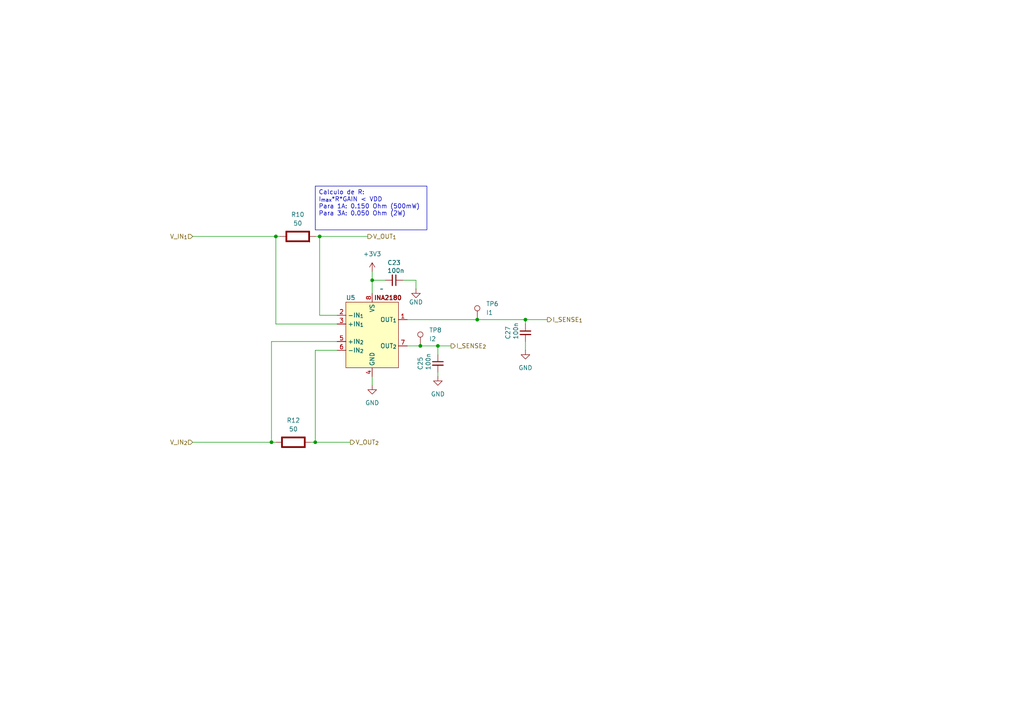
<source format=kicad_sch>
(kicad_sch (version 20231120) (generator "eeschema") (generator_version "8.0")
  (paper "A4")
  (lib_symbols
    (symbol "Connector:TestPoint" (pin_numbers hide) (pin_names (offset 0.762) hide)
      (property "Reference" "TP" (at 0 6.858 0))
      (property "Value" "TestPoint" (at 0 5.08 0))
      (symbol "TestPoint_0_1"
        (circle (center 0 3.302) (radius 0.762))
      )
      (symbol "TestPoint_1_1"
        (pin passive line (at 0 0 90) (length 2.54) (name "1") (number "1"))
      )
    )
    (symbol "Device:C_Small" (pin_numbers hide) (pin_names (offset 0.254) hide)
      (property "Reference" "C" (at 0.254 1.778 0))
      (property "Value" "C_Small" (at 0.254 -2.032 0))
      (symbol "C_Small_0_1"
        (polyline (pts (xy -1.524 -0.508) (xy 1.524 -0.508)) (stroke (width 0.3302)))
        (polyline (pts (xy -1.524 0.508) (xy 1.524 0.508)) (stroke (width 0.3048)))
      )
      (symbol "C_Small_1_1"
        (pin passive line (at 0 2.54 270) (length 2.032) (name "~") (number "1"))
        (pin passive line (at 0 -2.54 90) (length 2.032) (name "~") (number "2"))
      )
    )
    (symbol "IcaroLib:INA2180"
      (property "Reference" "U" (at -7.112 10.668 0))
      (symbol "INA2180_0_0"
        (pin unspecified line (at 0 -12.7 90) (length 2.54) (name "GND") (number "4"))
        (pin unspecified line (at 0 11.43 270) (length 2.54) (name "VS") (number "8"))
      )
      (symbol "INA2180_0_1"
        (rectangle (start -7.62 8.89) (end 7.62 -10.16) (fill (type background)))
      )
      (symbol "INA2180_1_0"
        (pin unspecified line (at 10.16 3.81 180) (length 2.54) (name "OUT_{1}") (number "1"))
        (pin unspecified line (at -10.16 5.08 0) (length 2.54) (name "-IN_{1}") (number "2"))
        (pin unspecified line (at -10.16 2.54 0) (length 2.54) (name "+IN_{1}") (number "3"))
        (pin unspecified line (at -10.16 -2.54 0) (length 2.54) (name "+IN_{2}") (number "5"))
        (pin unspecified line (at -10.16 -5.08 0) (length 2.54) (name "-IN_{2}") (number "6"))
        (pin unspecified line (at 10.16 -3.81 180) (length 2.54) (name "OUT_{2}") (number "7"))
      )
      (symbol "INA2180_1_1"
        (text "INA2180" (at 4.572 10.16 0) (effects (font (size 1.27 1.27) (thickness 0.254) (bold yes))))
      )
    )
    (symbol "PCM_Elektuur:R" (pin_numbers hide) (pin_names (offset 0) hide)
      (property "Reference" "R" (at 2.54 3.175 0))
      (property "Value" "R" (at 0 0 90))
      (symbol "R_1_1"
        (polyline (pts (xy -1.524 -3.429) (xy 1.524 -3.429) (xy 1.524 3.429) (xy -1.524 3.429) (xy -1.524 -3.429) (xy -1.27 -3.175) (xy -1.27 3.175) (xy 1.27 3.175) (xy 1.27 -3.175) (xy -1.27 -3.175) (xy -1.524 -3.429)) (stroke (width 0.254)) (fill (type outline)))
        (pin passive line (at 0 5.08 270) (length 1.651) (name "+") (number "1"))
        (pin passive line (at 0 -5.08 90) (length 1.651) (name "-") (number "2"))
      )
      (symbol "R_1_2"
        (polyline (pts (xy -0.508 -3.429) (xy 1.524 -3.429) (xy 1.524 3.429) (xy -0.508 3.429) (xy -0.508 3.175) (xy 1.27 3.175) (xy 1.27 -3.175) (xy -0.508 -3.175) (xy -0.508 -3.429)) (stroke (width 0.254)) (fill (type outline)))
        (pin passive line (at 0 5.08 270) (length 1.651) (name "+") (number "1"))
        (pin passive line (at 0 -5.08 90) (length 1.651) (name "-") (number "2"))
      )
      (symbol "R_1_3"
        (polyline (pts (xy 0 3.4798) (xy 0 3.2004) (xy 0.7112 2.794) (xy -1.1938 1.6764) (xy 0.7112 0.5588) (xy -1.1938 -0.5588) (xy 0.7112 -1.6764) (xy -1.1938 -2.794) (xy 0 -3.4798) (xy 0 -3.2004) (xy -0.7112 -2.794) (xy 1.1938 -1.6764) (xy -0.7112 -0.5588) (xy 1.1938 0.5588) (xy -0.7112 1.6764) (xy 1.1938 2.794) (xy 0 3.4798)) (stroke (width 0.254)) (fill (type outline)))
        (pin passive line (at 0 5.08 270) (length 1.6002) (name "+") (number "1"))
        (pin passive line (at 0 -5.08 90) (length 1.6002) (name "-") (number "2"))
      )
      (symbol "R_1_4"
        (polyline (pts (xy 0 4.5466) (xy 0 4.2672) (xy 0.0508 4.2418) (xy 1.016 3.683) (xy -1.524 2.2098) (xy 1.016 0.7366) (xy -1.524 -0.7366) (xy 1.016 -2.2098) (xy -1.524 -3.683) (xy -0.0762 -4.5212) (xy 0 -4.5466) (xy 0 -4.2672) (xy -0.0508 -4.2418) (xy -1.016 -3.683) (xy 1.524 -2.2098) (xy -1.016 -0.7366) (xy 1.524 0.7366) (xy -1.016 2.2098) (xy 1.524 3.683) (xy 0.0762 4.5212) (xy 0 4.5466)) (stroke (width 0.254)) (fill (type outline)))
        (pin passive line (at 0 5.08 270) (length 0.5334) (name "+") (number "1"))
        (pin passive line (at 0 -5.08 90) (length 0.5334) (name "-") (number "2"))
      )
    )
    (symbol "power:+3V3" (power) (pin_numbers hide) (pin_names (offset 0) hide)
      (property "Value" "+3V3" (at 0 3.556 0))
      (symbol "+3V3_0_1"
        (polyline (pts (xy -0.762 1.27) (xy 0 2.54)))
        (polyline (pts (xy 0 0) (xy 0 2.54)))
        (polyline (pts (xy 0 2.54) (xy 0.762 1.27)))
      )
      (symbol "+3V3_1_1"
        (pin power_in line (at 0 0 90) (length 0) (name "~") (number "1"))
      )
    )
    (symbol "power:GND" (power) (pin_numbers hide) (pin_names (offset 0) hide)
      (property "Value" "GND" (at 0 -3.81 0))
      (symbol "GND_0_1"
        (polyline (pts (xy 0 0) (xy 0 -1.27) (xy 1.27 -1.27) (xy 0 -2.54) (xy -1.27 -1.27) (xy 0 -1.27)))
      )
      (symbol "GND_1_1"
        (pin power_in line (at 0 0 270) (length 0) (name "~") (number "1"))
      )
    )
  )
  (junction (at 92.71 68.58))
  (junction (at 107.95 81.28))
  (junction (at 78.74 128.27))
  (junction (at 91.44 128.27))
  (junction (at 121.92 100.33))
  (junction (at 80.01 68.58))
  (junction (at 138.43 92.71))
  (junction (at 127 100.33))
  (junction (at 152.4 92.71))
  (wire (pts (xy 80.01 93.98) (xy 80.01 68.58)))
  (wire (pts (xy 121.92 100.33) (xy 127 100.33)))
  (wire (pts (xy 127 100.33) (xy 130.81 100.33)))
  (wire (pts (xy 55.88 68.58) (xy 80.01 68.58)))
  (wire (pts (xy 118.11 100.33) (xy 121.92 100.33)))
  (wire (pts (xy 55.88 128.27) (xy 78.74 128.27)))
  (wire (pts (xy 120.65 81.28) (xy 120.65 83.82)))
  (wire (pts (xy 152.4 99.06) (xy 152.4 101.6)))
  (wire (pts (xy 107.95 81.28) (xy 111.76 81.28)))
  (wire (pts (xy 78.74 128.27) (xy 80.01 128.27)))
  (wire (pts (xy 97.79 101.6) (xy 91.44 101.6)))
  (wire (pts (xy 116.84 81.28) (xy 120.65 81.28)))
  (wire (pts (xy 138.43 92.71) (xy 152.4 92.71)))
  (wire (pts (xy 92.71 68.58) (xy 106.68 68.58)))
  (wire (pts (xy 92.71 68.58) (xy 92.71 91.44)))
  (wire (pts (xy 92.71 91.44) (xy 97.79 91.44)))
  (wire (pts (xy 107.95 78.74) (xy 107.95 81.28)))
  (wire (pts (xy 91.44 101.6) (xy 91.44 128.27)))
  (wire (pts (xy 107.95 81.28) (xy 107.95 85.09)))
  (wire (pts (xy 152.4 92.71) (xy 158.75 92.71)))
  (wire (pts (xy 91.44 128.27) (xy 101.6 128.27)))
  (wire (pts (xy 127 107.95) (xy 127 109.22)))
  (wire (pts (xy 152.4 92.71) (xy 152.4 93.98)))
  (wire (pts (xy 91.44 68.58) (xy 92.71 68.58)))
  (wire (pts (xy 127 100.33) (xy 127 102.87)))
  (wire (pts (xy 78.74 99.06) (xy 97.79 99.06)))
  (wire (pts (xy 78.74 128.27) (xy 78.74 99.06)))
  (wire (pts (xy 97.79 93.98) (xy 80.01 93.98)))
  (wire (pts (xy 118.11 92.71) (xy 138.43 92.71)))
  (wire (pts (xy 80.01 68.58) (xy 81.28 68.58)))
  (wire (pts (xy 107.95 109.22) (xy 107.95 111.76)))
  (wire (pts (xy 90.17 128.27) (xy 91.44 128.27)))
  (text_box "Calculo de R:\nI_{max}*R*GAIN < VDD\nPara 1A: 0.150 Ohm (500mW)\nPara 3A: 0.050 Ohm (2W)" (at 91.44 53.975 0) (size 32.385 12.7) (effects (font (size 1.27 1.27)) (justify left top)))
  (hierarchical_label "V_OUT_{2}" (shape output) (at 101.6 128.27 0))
  (hierarchical_label "I_SENSE_{1}" (shape output) (at 158.75 92.71 0))
  (hierarchical_label "V_IN_{2}" (shape input) (at 55.88 128.27 180))
  (hierarchical_label "I_SENSE_{2}" (shape output) (at 130.81 100.33 0))
  (hierarchical_label "V_IN_{1}" (shape input) (at 55.88 68.58 180))
  (hierarchical_label "V_OUT_{1}" (shape output) (at 106.68 68.58 0))
  (symbol (lib_id "power:GND") (at 120.65 83.82 0) (unit 1)
    (property "Reference" "#PWR032" (effects (hide yes)))
    (property "Value" "GND" (at 122.682 87.63 0) (effects (justify right)))
    (property "Description" "Power symbol creates a global label with name \"GND\" , ground" (effects (hide yes)))
    (instances (project "SupplyBoard" (path "" (reference "#PWR032") (unit 1)) (path "" (reference "#PWR033") (unit 1))))
  )
  (symbol (lib_id "power:GND") (at 152.4 101.6 0) (unit 1)
    (property "Reference" "#PWR036" (effects (hide yes)))
    (property "Value" "GND" (at 152.4 106.68 0))
    (property "Description" "Power symbol creates a global label with name \"GND\" , ground" (effects (hide yes)))
    (instances (project "SupplyBoard" (path "" (reference "#PWR036") (unit 1)) (path "" (reference "#PWR037") (unit 1))))
  )
  (symbol (lib_id "Device:C_Small") (at 114.3 81.28 270) (unit 1)
    (property "Reference" "C23" (at 114.3 76.2 90))
    (property "Value" "100n" (at 114.808 78.486 90))
    (property "Footprint" "Capacitor_SMD:C_0603_1608Metric_Pad1.08x0.95mm_HandSolder" (effects (hide yes)))
    (property "Description" "Unpolarized capacitor, small symbol" (effects (hide yes)))
    (instances (project "SupplyBoard" (path "" (reference "C23") (unit 1)) (path "" (reference "C24") (unit 1))))
  )
  (symbol (lib_id "power:GND") (at 107.95 111.76 0) (unit 1)
    (property "Reference" "#PWR030" (effects (hide yes)))
    (property "Value" "GND" (at 107.95 116.84 0))
    (property "Description" "Power symbol creates a global label with name \"GND\" , ground" (effects (hide yes)))
    (instances (project "" (path "" (reference "#PWR030") (unit 1)) (path "" (reference "#PWR031") (unit 1))))
  )
  (symbol (lib_id "power:GND") (at 127 109.22 0) (unit 1)
    (property "Reference" "#PWR034" (effects (hide yes)))
    (property "Value" "GND" (at 127 114.3 0))
    (property "Description" "Power symbol creates a global label with name \"GND\" , ground" (effects (hide yes)))
    (instances (project "SupplyBoard" (path "" (reference "#PWR034") (unit 1)) (path "" (reference "#PWR035") (unit 1))))
  )
  (symbol (lib_id "IcaroLib:INA2180") (at 107.95 96.52 0) (unit 1)
    (property "Reference" "U5" (at 100.33 86.36 0) (effects (justify left)))
    (property "Value" "~" (at 110.1441 83.82 0) (effects (justify left)))
    (property "Footprint" "Package_SO:VSSOP-8_3x3mm_P0.65mm" (effects (hide yes)))
    (property "Datasheet" "https://www.ti.com/lit/ds/symlink/ina2180.pdf?ts=1738007939519&ref_url=https%253A%252F%252Fwww.ti.com%252Fproduct%252FINA2180" (effects (hide yes)))
    (instances (project "SupplyBoard" (path "" (reference "U5") (unit 1)) (path "" (reference "U4") (unit 1))))
  )
  (symbol (lib_id "Device:C_Small") (at 152.4 96.52 0) (unit 1)
    (property "Reference" "C27" (at 147.32 96.52 90))
    (property "Value" "100n" (at 149.606 96.012 90))
    (property "Footprint" "Capacitor_SMD:C_0603_1608Metric_Pad1.08x0.95mm_HandSolder" (effects (hide yes)))
    (property "Description" "Unpolarized capacitor, small symbol" (effects (hide yes)))
    (instances (project "SupplyBoard" (path "" (reference "C27") (unit 1)) (path "" (reference "C28") (unit 1))))
  )
  (symbol (lib_id "Connector:TestPoint") (at 121.92 100.33 0) (unit 1)
    (property "Reference" "TP8" (at 124.46 95.7579 0) (effects (justify left)))
    (property "Value" "I2" (at 124.46 98.2979 0) (effects (justify left)))
    (property "Footprint" "TestPoint:TestPoint_Pad_D1.5mm" (effects (hide yes)))
    (property "Description" "test point" (effects (hide yes)))
    (instances (project "SupplyBoard" (path "" (reference "TP8") (unit 1)) (path "" (reference "TP9") (unit 1))))
  )
  (symbol (lib_id "PCM_Elektuur:R") (at 85.09 128.27 90) (unit 1)
    (property "Reference" "R12" (at 85.09 121.92 90))
    (property "Value" "50" (at 85.09 124.46 90))
    (property "Footprint" "Resistor_SMD:R_2010_5025Metric_Pad1.40x2.65mm_HandSolder" (effects (hide yes)))
    (property "Description" "resistor" (effects (hide yes)))
    (property "Indicator" "+" (effects (hide yes)))
    (property "Rating" "W" (effects (hide yes)))
    (instances (project "SupplyBoard" (path "" (reference "R12") (unit 1)) (path "" (reference "R13") (unit 1))))
  )
  (symbol (lib_id "PCM_Elektuur:R") (at 86.36 68.58 90) (unit 1)
    (property "Reference" "R10" (at 86.36 62.23 90))
    (property "Value" "50" (at 86.36 64.77 90))
    (property "Footprint" "Resistor_SMD:R_2010_5025Metric_Pad1.40x2.65mm_HandSolder" (effects (hide yes)))
    (property "Description" "resistor" (effects (hide yes)))
    (property "Indicator" "+" (effects (hide yes)))
    (property "Rating" "W" (effects (hide yes)))
    (instances (project "" (path "" (reference "R10") (unit 1)) (path "" (reference "R11") (unit 1))))
  )
  (symbol (lib_id "Connector:TestPoint") (at 138.43 92.71 0) (unit 1)
    (property "Reference" "TP6" (at 140.97 88.1379 0) (effects (justify left)))
    (property "Value" "I1" (at 140.97 90.6779 0) (effects (justify left)))
    (property "Footprint" "TestPoint:TestPoint_Pad_D1.5mm" (effects (hide yes)))
    (property "Description" "test point" (effects (hide yes)))
    (instances (project "SupplyBoard" (path "" (reference "TP6") (unit 1)) (path "" (reference "TP7") (unit 1))))
  )
  (symbol (lib_id "power:+3V3") (at 107.95 78.74 0) (unit 1)
    (property "Reference" "#PWR028" (effects (hide yes)))
    (property "Value" "+3V3" (at 107.95 73.66 0))
    (property "Description" "Power symbol creates a global label with name \"+3V3\"" (effects (hide yes)))
    (instances (project "" (path "" (reference "#PWR028") (unit 1)) (path "" (reference "#PWR029") (unit 1))))
  )
  (symbol (lib_id "Device:C_Small") (at 127 105.41 0) (unit 1)
    (property "Reference" "C25" (at 121.92 105.41 90))
    (property "Value" "100n" (at 124.206 104.902 90))
    (property "Footprint" "Capacitor_SMD:C_0603_1608Metric_Pad1.08x0.95mm_HandSolder" (effects (hide yes)))
    (property "Description" "Unpolarized capacitor, small symbol" (effects (hide yes)))
    (instances (project "SupplyBoard" (path "" (reference "C25") (unit 1)) (path "" (reference "C26") (unit 1))))
  )
)
</source>
